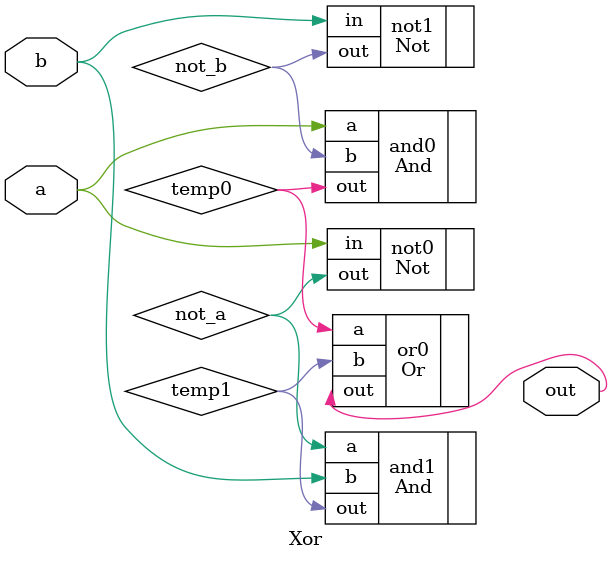
<source format=v>
module Xor (
  output wire out,
  input wire a,
  input wire b
);
  wire not_a, not_b;
  wire temp0, temp1;
  Or or0 (
    .out(out),
    .a(temp0),
    .b(temp1)
  );
  And and0 (
    .out(temp0),
    .a(a),
    .b(not_b)
  );
  And and1 (
    .out(temp1),
    .a(not_a),
    .b(b)
  );
  Not not0 (
    .out(not_a),
    .in(a)
  );
  Not not1 (
    .out(not_b),
    .in(b)
  );
endmodule

</source>
